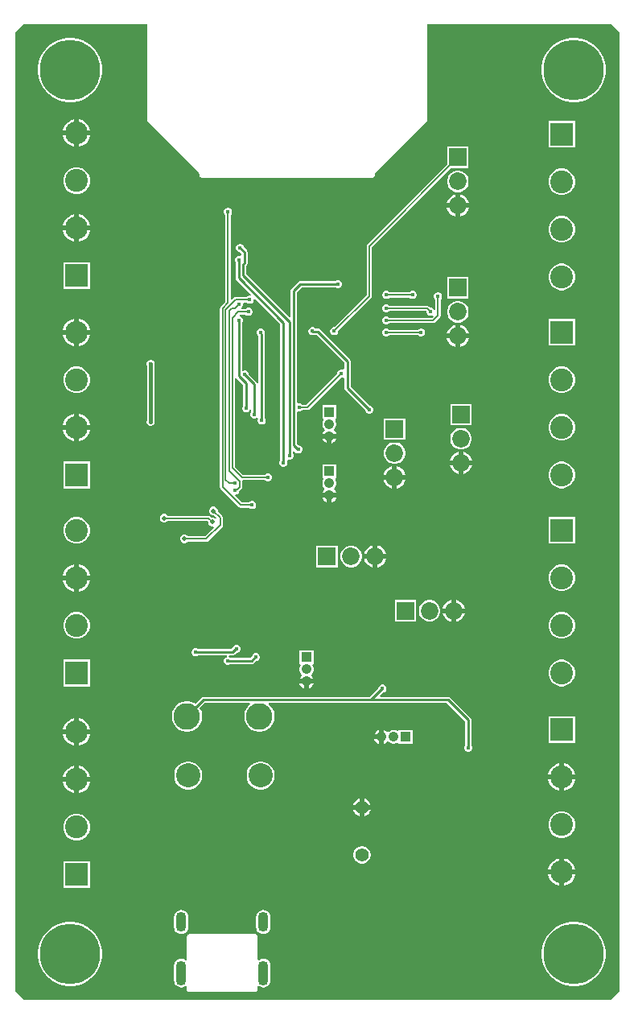
<source format=gbl>
G04*
G04 #@! TF.GenerationSoftware,Altium Limited,Altium Designer,22.7.1 (60)*
G04*
G04 Layer_Physical_Order=2*
G04 Layer_Color=16711680*
%FSLAX25Y25*%
%MOIN*%
G70*
G04*
G04 #@! TF.SameCoordinates,2BF9A078-D696-49FA-A729-B53DB30398E2*
G04*
G04*
G04 #@! TF.FilePolarity,Positive*
G04*
G01*
G75*
%ADD13C,0.01000*%
%ADD14C,0.00500*%
%ADD16C,0.00394*%
%ADD43R,0.07284X0.07284*%
%ADD44C,0.07284*%
%ADD46R,0.07284X0.07284*%
G04:AMPARAMS|DCode=52|XSize=43.31mil|YSize=102.36mil|CornerRadius=21.65mil|HoleSize=0mil|Usage=FLASHONLY|Rotation=0.000|XOffset=0mil|YOffset=0mil|HoleType=Round|Shape=RoundedRectangle|*
%AMROUNDEDRECTD52*
21,1,0.04331,0.05906,0,0,0.0*
21,1,0.00000,0.10236,0,0,0.0*
1,1,0.04331,0.00000,-0.02953*
1,1,0.04331,0.00000,-0.02953*
1,1,0.04331,0.00000,0.02953*
1,1,0.04331,0.00000,0.02953*
%
%ADD52ROUNDEDRECTD52*%
G04:AMPARAMS|DCode=53|XSize=43.31mil|YSize=82.68mil|CornerRadius=21.65mil|HoleSize=0mil|Usage=FLASHONLY|Rotation=0.000|XOffset=0mil|YOffset=0mil|HoleType=Round|Shape=RoundedRectangle|*
%AMROUNDEDRECTD53*
21,1,0.04331,0.03937,0,0,0.0*
21,1,0.00000,0.08268,0,0,0.0*
1,1,0.04331,0.00000,-0.01968*
1,1,0.04331,0.00000,-0.01968*
1,1,0.04331,0.00000,0.01968*
1,1,0.04331,0.00000,0.01968*
%
%ADD53ROUNDEDRECTD53*%
%ADD57C,0.01500*%
%ADD58C,0.00700*%
%ADD63C,0.09449*%
%ADD64R,0.09449X0.09449*%
%ADD65C,0.25000*%
%ADD66C,0.11000*%
%ADD67R,0.04134X0.04134*%
%ADD68C,0.04134*%
%ADD69R,0.04134X0.04134*%
%ADD70C,0.10000*%
%ADD71C,0.05512*%
%ADD72C,0.01772*%
%ADD73C,0.02000*%
%ADD74C,0.05000*%
G36*
X345654Y468171D02*
Y71199D01*
X342187Y67732D01*
X98758Y67732D01*
X95291Y71199D01*
Y468171D01*
X98758Y471638D01*
X150000D01*
Y431500D01*
X171751Y409749D01*
Y408894D01*
X171813Y408582D01*
X171990Y408317D01*
X172255Y408140D01*
X172567Y408078D01*
X243433D01*
X243745Y408140D01*
X244010Y408317D01*
X244187Y408582D01*
X244249Y408894D01*
Y409749D01*
X266000Y431500D01*
Y471638D01*
X342187D01*
X345654Y468171D01*
D02*
G37*
%LPC*%
G36*
X327818Y466056D02*
X325725D01*
X323657Y465728D01*
X321666Y465082D01*
X319801Y464131D01*
X318107Y462901D01*
X316627Y461420D01*
X315396Y459727D01*
X314446Y457861D01*
X313799Y455870D01*
X313472Y453803D01*
Y451709D01*
X313799Y449642D01*
X314446Y447650D01*
X315396Y445785D01*
X316627Y444092D01*
X318107Y442611D01*
X319801Y441381D01*
X321666Y440430D01*
X323657Y439783D01*
X325725Y439456D01*
X327818D01*
X329886Y439783D01*
X331877Y440430D01*
X333742Y441381D01*
X335436Y442611D01*
X336916Y444092D01*
X338147Y445785D01*
X339097Y447650D01*
X339744Y449642D01*
X340072Y451709D01*
Y453803D01*
X339744Y455870D01*
X339097Y457861D01*
X338147Y459727D01*
X336916Y461420D01*
X335436Y462901D01*
X333742Y464131D01*
X331877Y465082D01*
X329886Y465728D01*
X327818Y466056D01*
D02*
G37*
G36*
X119157D02*
X117063D01*
X114996Y465728D01*
X113005Y465082D01*
X111140Y464131D01*
X109446Y462901D01*
X107966Y461420D01*
X106735Y459727D01*
X105785Y457861D01*
X105138Y455870D01*
X104810Y453803D01*
Y451709D01*
X105138Y449642D01*
X105785Y447650D01*
X106735Y445785D01*
X107966Y444092D01*
X109446Y442611D01*
X111140Y441381D01*
X113005Y440430D01*
X114996Y439783D01*
X117063Y439456D01*
X119157D01*
X121225Y439783D01*
X123216Y440430D01*
X125081Y441381D01*
X126775Y442611D01*
X128255Y444092D01*
X129485Y445785D01*
X130436Y447650D01*
X131083Y449642D01*
X131410Y451709D01*
Y453803D01*
X131083Y455870D01*
X130436Y457861D01*
X129485Y459727D01*
X128255Y461420D01*
X126775Y462901D01*
X125081Y464131D01*
X123216Y465082D01*
X121225Y465728D01*
X119157Y466056D01*
D02*
G37*
G36*
X121772Y432186D02*
Y427528D01*
X126430D01*
X126106Y428737D01*
X125352Y430042D01*
X124286Y431108D01*
X122981Y431862D01*
X121772Y432186D01*
D02*
G37*
G36*
X119772D02*
X118562Y431862D01*
X117257Y431108D01*
X116191Y430042D01*
X115437Y428737D01*
X115113Y427528D01*
X119772D01*
Y432186D01*
D02*
G37*
G36*
X126430Y425528D02*
X121772D01*
Y420869D01*
X122981Y421193D01*
X124286Y421947D01*
X125352Y423013D01*
X126106Y424318D01*
X126430Y425528D01*
D02*
G37*
G36*
X119772D02*
X115113D01*
X115437Y424318D01*
X116191Y423013D01*
X117257Y421947D01*
X118562Y421193D01*
X119772Y420869D01*
Y425528D01*
D02*
G37*
G36*
X327253Y431552D02*
X316204D01*
Y420503D01*
X327253D01*
Y431552D01*
D02*
G37*
G36*
X279309Y410942D02*
X278140D01*
X277010Y410639D01*
X275997Y410054D01*
X275170Y409227D01*
X274585Y408214D01*
X274283Y407085D01*
Y405915D01*
X274585Y404786D01*
X275170Y403773D01*
X275997Y402946D01*
X277010Y402361D01*
X278140Y402058D01*
X279309D01*
X280439Y402361D01*
X281452Y402946D01*
X282279Y403773D01*
X282863Y404786D01*
X283166Y405915D01*
Y407085D01*
X282863Y408214D01*
X282279Y409227D01*
X281452Y410054D01*
X280439Y410639D01*
X279309Y410942D01*
D02*
G37*
G36*
X121499Y412367D02*
X120044D01*
X118639Y411990D01*
X117380Y411263D01*
X116351Y410235D01*
X115624Y408975D01*
X115247Y407570D01*
Y406115D01*
X115624Y404710D01*
X116351Y403450D01*
X117380Y402422D01*
X118639Y401695D01*
X120044Y401318D01*
X121499D01*
X122904Y401695D01*
X124164Y402422D01*
X125192Y403450D01*
X125920Y404710D01*
X126296Y406115D01*
Y407570D01*
X125920Y408975D01*
X125192Y410235D01*
X124164Y411263D01*
X122904Y411990D01*
X121499Y412367D01*
D02*
G37*
G36*
X322456Y411867D02*
X321001D01*
X319596Y411490D01*
X318336Y410763D01*
X317308Y409735D01*
X316580Y408475D01*
X316204Y407070D01*
Y405615D01*
X316580Y404210D01*
X317308Y402950D01*
X318336Y401922D01*
X319596Y401195D01*
X321001Y400818D01*
X322456D01*
X323861Y401195D01*
X325120Y401922D01*
X326149Y402950D01*
X326876Y404210D01*
X327253Y405615D01*
Y407070D01*
X326876Y408475D01*
X326149Y409735D01*
X325120Y410763D01*
X323861Y411490D01*
X322456Y411867D01*
D02*
G37*
G36*
X279724Y401038D02*
Y397500D01*
X283262D01*
X283050Y398292D01*
X282439Y399350D01*
X281575Y400214D01*
X280516Y400825D01*
X279724Y401038D01*
D02*
G37*
G36*
X277724D02*
X276933Y400825D01*
X275874Y400214D01*
X275010Y399350D01*
X274399Y398292D01*
X274187Y397500D01*
X277724D01*
Y401038D01*
D02*
G37*
G36*
X283262Y395500D02*
X279724D01*
Y391963D01*
X280516Y392175D01*
X281575Y392786D01*
X282439Y393650D01*
X283050Y394708D01*
X283262Y395500D01*
D02*
G37*
G36*
X277724D02*
X274187D01*
X274399Y394708D01*
X275010Y393650D01*
X275874Y392786D01*
X276933Y392175D01*
X277724Y391963D01*
Y395500D01*
D02*
G37*
G36*
X121772Y392816D02*
Y388158D01*
X126430D01*
X126106Y389367D01*
X125352Y390672D01*
X124286Y391738D01*
X122981Y392492D01*
X121772Y392816D01*
D02*
G37*
G36*
X119772D02*
X118562Y392492D01*
X117257Y391738D01*
X116191Y390672D01*
X115437Y389367D01*
X115113Y388158D01*
X119772D01*
Y392816D01*
D02*
G37*
G36*
X126430Y386157D02*
X121772D01*
Y381499D01*
X122981Y381823D01*
X124286Y382577D01*
X125352Y383643D01*
X126106Y384948D01*
X126430Y386157D01*
D02*
G37*
G36*
X119772D02*
X115113D01*
X115437Y384948D01*
X116191Y383643D01*
X117257Y382577D01*
X118562Y381823D01*
X119772Y381499D01*
Y386157D01*
D02*
G37*
G36*
X322456Y392182D02*
X321001D01*
X319596Y391805D01*
X318336Y391078D01*
X317308Y390050D01*
X316580Y388790D01*
X316204Y387385D01*
Y385930D01*
X316580Y384525D01*
X317308Y383265D01*
X318336Y382237D01*
X319596Y381509D01*
X321001Y381133D01*
X322456D01*
X323861Y381509D01*
X325120Y382237D01*
X326149Y383265D01*
X326876Y384525D01*
X327253Y385930D01*
Y387385D01*
X326876Y388790D01*
X326149Y390050D01*
X325120Y391078D01*
X323861Y391805D01*
X322456Y392182D01*
D02*
G37*
G36*
X183835Y395686D02*
X183165D01*
X182545Y395429D01*
X182071Y394955D01*
X181814Y394335D01*
Y393665D01*
X182071Y393045D01*
X182429Y392687D01*
Y356742D01*
X180443Y354755D01*
X180211Y354408D01*
X180129Y353998D01*
Y280062D01*
X180211Y279653D01*
X180443Y279305D01*
X188005Y271743D01*
X188353Y271511D01*
X188762Y271429D01*
X192186D01*
X192545Y271071D01*
X193165Y270814D01*
X193835D01*
X194455Y271071D01*
X194929Y271545D01*
X195186Y272165D01*
Y272835D01*
X194929Y273455D01*
X194455Y273929D01*
X193835Y274186D01*
X193165D01*
X192545Y273929D01*
X192186Y273571D01*
X189206D01*
X186462Y276314D01*
X186669Y276814D01*
X186835D01*
X187455Y277071D01*
X187929Y277545D01*
X188186Y278165D01*
Y278328D01*
X188449Y278591D01*
X188602Y278693D01*
X189193Y279284D01*
X189193Y279284D01*
X189425Y279631D01*
X189506Y280041D01*
X189506Y280041D01*
Y282302D01*
X189481Y282429D01*
X189825Y282915D01*
X189853Y282929D01*
X198687D01*
X199045Y282571D01*
X199665Y282314D01*
X200335D01*
X200955Y282571D01*
X201429Y283045D01*
X201686Y283665D01*
Y284335D01*
X201429Y284955D01*
X200955Y285429D01*
X200335Y285686D01*
X199665D01*
X199045Y285429D01*
X198687Y285071D01*
X189743D01*
X186371Y288443D01*
Y325108D01*
X186871Y325259D01*
X187063Y324972D01*
X189674Y322360D01*
Y313559D01*
X189571Y313455D01*
X189314Y312835D01*
Y312165D01*
X189571Y311545D01*
X190045Y311071D01*
X190665Y310814D01*
X191335D01*
X191955Y311071D01*
X192429Y311545D01*
X192686Y312165D01*
X193175Y312137D01*
Y311059D01*
X193071Y310955D01*
X192814Y310335D01*
Y309665D01*
X193071Y309045D01*
X193545Y308571D01*
X194165Y308314D01*
X194835D01*
X195455Y308571D01*
X195675Y308790D01*
X195705Y308778D01*
X196071Y308455D01*
X195814Y307835D01*
Y307165D01*
X196071Y306545D01*
X196545Y306071D01*
X197165Y305814D01*
X197835D01*
X198455Y306071D01*
X198929Y306545D01*
X199186Y307165D01*
Y307835D01*
X198929Y308455D01*
X198826Y308559D01*
Y343291D01*
X198725Y343798D01*
X198686Y343856D01*
Y344335D01*
X198429Y344955D01*
X197955Y345429D01*
X197335Y345686D01*
X196665D01*
X196045Y345429D01*
X195571Y344955D01*
X195314Y344335D01*
Y343665D01*
X195571Y343045D01*
X196045Y342571D01*
X196175Y342517D01*
Y323165D01*
X195994Y323102D01*
X195675Y323082D01*
X195437Y323437D01*
X192186Y326689D01*
Y326835D01*
X191929Y327455D01*
X191455Y327929D01*
X190835Y328186D01*
X190165D01*
X189825Y328045D01*
X189325Y328363D01*
Y347941D01*
X189429Y348045D01*
X189686Y348665D01*
Y349335D01*
X189429Y349955D01*
X188955Y350429D01*
X188408Y350656D01*
X188271Y350969D01*
X188222Y351186D01*
X188409Y351429D01*
X190687D01*
X191045Y351071D01*
X191665Y350814D01*
X192335D01*
X192955Y351071D01*
X193429Y351545D01*
X193686Y352165D01*
Y352835D01*
X193429Y353455D01*
X192955Y353929D01*
X192335Y354186D01*
X191665D01*
X191045Y353929D01*
X190687Y353571D01*
X189054D01*
X188954Y354071D01*
X188955Y354071D01*
X189429Y354545D01*
X189686Y355165D01*
Y355835D01*
X189612Y356014D01*
X189890Y356429D01*
X191186D01*
X191545Y356071D01*
X192165Y355814D01*
X192835D01*
X193455Y356071D01*
X193929Y356545D01*
X194186Y357165D01*
Y357733D01*
X194479Y357926D01*
X194648Y357978D01*
X205174Y347451D01*
Y291059D01*
X205071Y290955D01*
X204814Y290335D01*
Y289665D01*
X205071Y289045D01*
X205545Y288571D01*
X206165Y288314D01*
X206835D01*
X207455Y288571D01*
X207929Y289045D01*
X208186Y289665D01*
Y290335D01*
X207929Y290955D01*
X207945Y291117D01*
X208359Y291376D01*
X208619Y291269D01*
X209290D01*
X209909Y291525D01*
X210384Y291999D01*
X210640Y292619D01*
Y293290D01*
X210384Y293909D01*
X210280Y294013D01*
Y294741D01*
X210780Y295048D01*
X210966Y294954D01*
X211116Y294591D01*
X211591Y294116D01*
X212210Y293860D01*
X212881D01*
X213501Y294116D01*
X213975Y294591D01*
X214231Y295210D01*
Y295881D01*
X213975Y296501D01*
X213501Y296975D01*
X212881Y297231D01*
X212643D01*
X212125Y297749D01*
Y311082D01*
X212541Y311360D01*
X212650Y311314D01*
X213321D01*
X213941Y311571D01*
X214299Y311929D01*
X216500D01*
X216910Y312011D01*
X217257Y312243D01*
X230328Y325314D01*
X230835D01*
X231101Y325424D01*
X231601Y325090D01*
Y321074D01*
X231702Y320567D01*
X231989Y320137D01*
X240314Y311811D01*
Y311665D01*
X240571Y311045D01*
X241045Y310571D01*
X241665Y310314D01*
X242335D01*
X242955Y310571D01*
X243429Y311045D01*
X243686Y311665D01*
Y312335D01*
X243429Y312955D01*
X242955Y313429D01*
X242335Y313686D01*
X242189D01*
X234252Y321623D01*
Y332074D01*
X234151Y332581D01*
X233863Y333011D01*
X221585Y345290D01*
X221155Y345577D01*
X220648Y345678D01*
X219706D01*
X219455Y345929D01*
X218835Y346186D01*
X218165D01*
X217545Y345929D01*
X217071Y345455D01*
X216814Y344835D01*
Y344165D01*
X217071Y343545D01*
X217545Y343071D01*
X218165Y342814D01*
X218835D01*
X219349Y343027D01*
X220099D01*
X231601Y331525D01*
Y328910D01*
X231101Y328576D01*
X230835Y328686D01*
X230165D01*
X229545Y328429D01*
X229071Y327955D01*
X228814Y327335D01*
Y326828D01*
X216057Y314071D01*
X214299D01*
X213941Y314429D01*
X213321Y314686D01*
X212650D01*
X212541Y314640D01*
X212125Y314918D01*
Y360751D01*
X214049Y362674D01*
X227941D01*
X228045Y362571D01*
X228665Y362314D01*
X229335D01*
X229955Y362571D01*
X230429Y363045D01*
X230686Y363665D01*
Y364335D01*
X230429Y364955D01*
X229955Y365429D01*
X229335Y365686D01*
X228665D01*
X228045Y365429D01*
X227941Y365325D01*
X213500D01*
X212993Y365225D01*
X212563Y364937D01*
X209863Y362237D01*
X209575Y361807D01*
X209474Y361300D01*
Y350353D01*
X209013Y350162D01*
X191126Y368049D01*
Y371601D01*
X191228Y371704D01*
X191516Y372134D01*
X191617Y372641D01*
Y377209D01*
X191617Y377209D01*
X191516Y377716D01*
X191228Y378146D01*
X190186Y379189D01*
Y379335D01*
X189929Y379955D01*
X189455Y380429D01*
X188835Y380686D01*
X188165D01*
X187545Y380429D01*
X187071Y379955D01*
X186814Y379335D01*
Y378665D01*
X187071Y378045D01*
X187545Y377571D01*
X188165Y377314D01*
X188311D01*
X188966Y376660D01*
Y375966D01*
X188466Y375632D01*
X188335Y375686D01*
X187665D01*
X187045Y375429D01*
X186571Y374955D01*
X186314Y374335D01*
Y373665D01*
X186571Y373045D01*
X186674Y372941D01*
Y366500D01*
X186775Y365993D01*
X187063Y365563D01*
X192978Y359648D01*
X192926Y359479D01*
X192733Y359186D01*
X192165D01*
X191545Y358929D01*
X191186Y358571D01*
X186540D01*
X186540Y358571D01*
X186130Y358489D01*
X185783Y358257D01*
X185783Y358257D01*
X185032Y357506D01*
X184571Y357698D01*
Y392687D01*
X184929Y393045D01*
X185186Y393665D01*
Y394335D01*
X184929Y394955D01*
X184455Y395429D01*
X183835Y395686D01*
D02*
G37*
G36*
X126296Y372997D02*
X115247D01*
Y361948D01*
X126296D01*
Y372997D01*
D02*
G37*
G36*
X322456Y372497D02*
X321001D01*
X319596Y372120D01*
X318336Y371393D01*
X317308Y370364D01*
X316580Y369105D01*
X316204Y367700D01*
Y366245D01*
X316580Y364840D01*
X317308Y363580D01*
X318336Y362552D01*
X319596Y361824D01*
X321001Y361448D01*
X322456D01*
X323861Y361824D01*
X325120Y362552D01*
X326149Y363580D01*
X326876Y364840D01*
X327253Y366245D01*
Y367700D01*
X326876Y369105D01*
X326149Y370364D01*
X325120Y371393D01*
X323861Y372120D01*
X322456Y372497D01*
D02*
G37*
G36*
X260335Y361186D02*
X259665D01*
X259045Y360929D01*
X258686Y360571D01*
X250313D01*
X249955Y360929D01*
X249335Y361186D01*
X248665D01*
X248045Y360929D01*
X247571Y360455D01*
X247314Y359835D01*
Y359165D01*
X247571Y358545D01*
X248045Y358071D01*
X248665Y357814D01*
X249335D01*
X249955Y358071D01*
X250313Y358429D01*
X258686D01*
X259045Y358071D01*
X259665Y357814D01*
X260335D01*
X260955Y358071D01*
X261429Y358545D01*
X261686Y359165D01*
Y359835D01*
X261429Y360455D01*
X260955Y360929D01*
X260335Y361186D01*
D02*
G37*
G36*
X283166Y366942D02*
X274283D01*
Y358058D01*
X283166D01*
Y366942D01*
D02*
G37*
G36*
X270835Y360686D02*
X270165D01*
X269545Y360429D01*
X269071Y359955D01*
X268814Y359335D01*
Y358665D01*
X269071Y358045D01*
X269429Y357686D01*
Y353554D01*
X268929Y353454D01*
X268929Y353455D01*
X268455Y353929D01*
X267835Y354186D01*
X267328D01*
X266757Y354757D01*
X266410Y354989D01*
X266000Y355071D01*
X250313D01*
X249955Y355429D01*
X249335Y355686D01*
X248665D01*
X248045Y355429D01*
X247571Y354955D01*
X247314Y354335D01*
Y353665D01*
X247571Y353045D01*
X248045Y352571D01*
X248665Y352314D01*
X249335D01*
X249955Y352571D01*
X250313Y352929D01*
X265557D01*
X265814Y352672D01*
Y352165D01*
X266071Y351545D01*
X266545Y351071D01*
X267165Y350814D01*
X267835D01*
X268275Y350996D01*
X268559Y350572D01*
X268057Y350071D01*
X250313D01*
X249955Y350429D01*
X249335Y350686D01*
X248665D01*
X248045Y350429D01*
X247571Y349955D01*
X247314Y349335D01*
Y348665D01*
X247571Y348045D01*
X248045Y347571D01*
X248665Y347314D01*
X249335D01*
X249955Y347571D01*
X250313Y347929D01*
X268500D01*
X268910Y348011D01*
X269257Y348243D01*
X271257Y350243D01*
X271489Y350590D01*
X271571Y351000D01*
X271571Y351000D01*
Y357686D01*
X271929Y358045D01*
X272186Y358665D01*
Y359335D01*
X271929Y359955D01*
X271455Y360429D01*
X270835Y360686D01*
D02*
G37*
G36*
X279309Y356942D02*
X278140D01*
X277010Y356639D01*
X275997Y356054D01*
X275170Y355227D01*
X274585Y354214D01*
X274283Y353085D01*
Y351915D01*
X274585Y350786D01*
X275170Y349773D01*
X275997Y348946D01*
X277010Y348361D01*
X278140Y348058D01*
X279309D01*
X280439Y348361D01*
X281452Y348946D01*
X282279Y349773D01*
X282863Y350786D01*
X283166Y351915D01*
Y353085D01*
X282863Y354214D01*
X282279Y355227D01*
X281452Y356054D01*
X280439Y356639D01*
X279309Y356942D01*
D02*
G37*
G36*
X263835Y345686D02*
X263165D01*
X262545Y345429D01*
X262187Y345071D01*
X250313D01*
X249955Y345429D01*
X249335Y345686D01*
X248665D01*
X248045Y345429D01*
X247571Y344955D01*
X247314Y344335D01*
Y343665D01*
X247571Y343045D01*
X248045Y342571D01*
X248665Y342314D01*
X249335D01*
X249955Y342571D01*
X250313Y342929D01*
X262187D01*
X262545Y342571D01*
X263165Y342314D01*
X263835D01*
X264455Y342571D01*
X264929Y343045D01*
X265186Y343665D01*
Y344335D01*
X264929Y344955D01*
X264455Y345429D01*
X263835Y345686D01*
D02*
G37*
G36*
X121772Y349686D02*
Y345028D01*
X126430D01*
X126106Y346237D01*
X125352Y347542D01*
X124286Y348608D01*
X122981Y349362D01*
X121772Y349686D01*
D02*
G37*
G36*
X119772D02*
X118562Y349362D01*
X117257Y348608D01*
X116191Y347542D01*
X115437Y346237D01*
X115113Y345028D01*
X119772D01*
Y349686D01*
D02*
G37*
G36*
X279724Y347038D02*
Y343500D01*
X283262D01*
X283050Y344292D01*
X282439Y345350D01*
X281575Y346214D01*
X280516Y346825D01*
X279724Y347038D01*
D02*
G37*
G36*
X277724D02*
X276933Y346825D01*
X275874Y346214D01*
X275010Y345350D01*
X274399Y344292D01*
X274187Y343500D01*
X277724D01*
Y347038D01*
D02*
G37*
G36*
X283166Y420942D02*
X274283D01*
Y413572D01*
X241243Y380533D01*
X241011Y380185D01*
X240929Y379776D01*
Y359443D01*
X227672Y346186D01*
X227165D01*
X226545Y345929D01*
X226071Y345455D01*
X225814Y344835D01*
Y344165D01*
X226071Y343545D01*
X226545Y343071D01*
X227165Y342814D01*
X227835D01*
X228455Y343071D01*
X228929Y343545D01*
X229186Y344165D01*
Y344672D01*
X242757Y358243D01*
X242757Y358243D01*
X242989Y358590D01*
X243071Y359000D01*
X243071Y359000D01*
Y379332D01*
X275797Y412058D01*
X283166D01*
Y420942D01*
D02*
G37*
G36*
X327253Y349552D02*
X316204D01*
Y338503D01*
X327253D01*
Y349552D01*
D02*
G37*
G36*
X126430Y343028D02*
X121772D01*
Y338369D01*
X122981Y338693D01*
X124286Y339447D01*
X125352Y340513D01*
X126106Y341818D01*
X126430Y343028D01*
D02*
G37*
G36*
X119772D02*
X115113D01*
X115437Y341818D01*
X116191Y340513D01*
X117257Y339447D01*
X118562Y338693D01*
X119772Y338369D01*
Y343028D01*
D02*
G37*
G36*
X283262Y341500D02*
X279724D01*
Y337963D01*
X280516Y338175D01*
X281575Y338786D01*
X282439Y339650D01*
X283050Y340708D01*
X283262Y341500D01*
D02*
G37*
G36*
X277724D02*
X274187D01*
X274399Y340708D01*
X275010Y339650D01*
X275874Y338786D01*
X276933Y338175D01*
X277724Y337963D01*
Y341500D01*
D02*
G37*
G36*
X322456Y329867D02*
X321001D01*
X319596Y329490D01*
X318336Y328763D01*
X317308Y327735D01*
X316580Y326475D01*
X316204Y325070D01*
Y323615D01*
X316580Y322210D01*
X317308Y320951D01*
X318336Y319922D01*
X319596Y319195D01*
X321001Y318818D01*
X322456D01*
X323861Y319195D01*
X325120Y319922D01*
X326149Y320951D01*
X326876Y322210D01*
X327253Y323615D01*
Y325070D01*
X326876Y326475D01*
X326149Y327735D01*
X325120Y328763D01*
X323861Y329490D01*
X322456Y329867D01*
D02*
G37*
G36*
X121499D02*
X120044D01*
X118639Y329490D01*
X117380Y328763D01*
X116351Y327735D01*
X115624Y326475D01*
X115247Y325070D01*
Y323615D01*
X115624Y322210D01*
X116351Y320951D01*
X117380Y319922D01*
X118639Y319195D01*
X120044Y318818D01*
X121499D01*
X122904Y319195D01*
X124164Y319922D01*
X125192Y320951D01*
X125920Y322210D01*
X126296Y323615D01*
Y325070D01*
X125920Y326475D01*
X125192Y327735D01*
X124164Y328763D01*
X122904Y329490D01*
X121499Y329867D01*
D02*
G37*
G36*
X121772Y310316D02*
Y305658D01*
X126430D01*
X126106Y306867D01*
X125352Y308172D01*
X124286Y309238D01*
X122981Y309992D01*
X121772Y310316D01*
D02*
G37*
G36*
X119772D02*
X118562Y309992D01*
X117257Y309238D01*
X116191Y308172D01*
X115437Y306867D01*
X115113Y305658D01*
X119772D01*
Y310316D01*
D02*
G37*
G36*
X284442Y314442D02*
X275558D01*
Y305558D01*
X284442D01*
Y314442D01*
D02*
G37*
G36*
X151835Y332686D02*
X151165D01*
X150545Y332429D01*
X150071Y331955D01*
X149814Y331335D01*
Y330665D01*
X149920Y330410D01*
Y307590D01*
X149814Y307335D01*
Y306665D01*
X150071Y306045D01*
X150545Y305571D01*
X151165Y305314D01*
X151835D01*
X152455Y305571D01*
X152929Y306045D01*
X153186Y306665D01*
Y307335D01*
X153080Y307590D01*
Y330410D01*
X153186Y330665D01*
Y331335D01*
X152929Y331955D01*
X152455Y332429D01*
X151835Y332686D01*
D02*
G37*
G36*
X228367Y313867D02*
X222633D01*
Y308133D01*
X222933D01*
X223132Y307633D01*
X222829Y307107D01*
X222633Y306377D01*
Y305623D01*
X222829Y304893D01*
X223206Y304240D01*
X223488Y303957D01*
X223604Y303506D01*
X223466Y303304D01*
X223046Y302883D01*
X222642Y302184D01*
X222593Y302000D01*
X225500D01*
X228407D01*
X228358Y302184D01*
X227954Y302883D01*
X227534Y303304D01*
X227396Y303506D01*
X227512Y303957D01*
X227794Y304240D01*
X228171Y304893D01*
X228367Y305623D01*
Y306377D01*
X228171Y307107D01*
X227868Y307633D01*
X228067Y308133D01*
X228367D01*
Y313867D01*
D02*
G37*
G36*
X256942Y308442D02*
X248058D01*
Y299558D01*
X256942D01*
Y308442D01*
D02*
G37*
G36*
X322456Y310182D02*
X321001D01*
X319596Y309805D01*
X318336Y309078D01*
X317308Y308050D01*
X316580Y306790D01*
X316204Y305385D01*
Y303930D01*
X316580Y302525D01*
X317308Y301265D01*
X318336Y300237D01*
X319596Y299510D01*
X321001Y299133D01*
X322456D01*
X323861Y299510D01*
X325120Y300237D01*
X326149Y301265D01*
X326876Y302525D01*
X327253Y303930D01*
Y305385D01*
X326876Y306790D01*
X326149Y308050D01*
X325120Y309078D01*
X323861Y309805D01*
X322456Y310182D01*
D02*
G37*
G36*
X126430Y303658D02*
X121772D01*
Y298999D01*
X122981Y299323D01*
X124286Y300077D01*
X125352Y301143D01*
X126106Y302448D01*
X126430Y303658D01*
D02*
G37*
G36*
X119772D02*
X115113D01*
X115437Y302448D01*
X116191Y301143D01*
X117257Y300077D01*
X118562Y299323D01*
X119772Y298999D01*
Y303658D01*
D02*
G37*
G36*
X228407Y300000D02*
X226500D01*
Y298093D01*
X226684Y298142D01*
X227383Y298546D01*
X227954Y299117D01*
X228358Y299816D01*
X228407Y300000D01*
D02*
G37*
G36*
X224500D02*
X222593D01*
X222642Y299816D01*
X223046Y299117D01*
X223617Y298546D01*
X224316Y298142D01*
X224500Y298093D01*
Y300000D01*
D02*
G37*
G36*
X280585Y304442D02*
X279415D01*
X278286Y304139D01*
X277273Y303554D01*
X276446Y302727D01*
X275861Y301714D01*
X275558Y300585D01*
Y299415D01*
X275861Y298286D01*
X276446Y297273D01*
X277273Y296446D01*
X278286Y295861D01*
X279415Y295558D01*
X280585D01*
X281714Y295861D01*
X282727Y296446D01*
X283554Y297273D01*
X284139Y298286D01*
X284442Y299415D01*
Y300585D01*
X284139Y301714D01*
X283554Y302727D01*
X282727Y303554D01*
X281714Y304139D01*
X280585Y304442D01*
D02*
G37*
G36*
X281000Y294537D02*
Y291000D01*
X284538D01*
X284325Y291792D01*
X283714Y292850D01*
X282850Y293714D01*
X281792Y294325D01*
X281000Y294537D01*
D02*
G37*
G36*
X279000D02*
X278208Y294325D01*
X277150Y293714D01*
X276286Y292850D01*
X275675Y291792D01*
X275463Y291000D01*
X279000D01*
Y294537D01*
D02*
G37*
G36*
X253085Y298442D02*
X251915D01*
X250786Y298139D01*
X249773Y297554D01*
X248946Y296727D01*
X248361Y295714D01*
X248058Y294585D01*
Y293415D01*
X248361Y292286D01*
X248946Y291273D01*
X249773Y290446D01*
X250786Y289861D01*
X251915Y289558D01*
X253085D01*
X254214Y289861D01*
X255227Y290446D01*
X256054Y291273D01*
X256639Y292286D01*
X256942Y293415D01*
Y294585D01*
X256639Y295714D01*
X256054Y296727D01*
X255227Y297554D01*
X254214Y298139D01*
X253085Y298442D01*
D02*
G37*
G36*
X284538Y289000D02*
X281000D01*
Y285462D01*
X281792Y285675D01*
X282850Y286286D01*
X283714Y287150D01*
X284325Y288208D01*
X284538Y289000D01*
D02*
G37*
G36*
X279000D02*
X275463D01*
X275675Y288208D01*
X276286Y287150D01*
X277150Y286286D01*
X278208Y285675D01*
X279000Y285462D01*
Y289000D01*
D02*
G37*
G36*
X253500Y288538D02*
Y285000D01*
X257037D01*
X256825Y285792D01*
X256214Y286850D01*
X255350Y287714D01*
X254292Y288325D01*
X253500Y288538D01*
D02*
G37*
G36*
X251500D02*
X250708Y288325D01*
X249650Y287714D01*
X248786Y286850D01*
X248175Y285792D01*
X247962Y285000D01*
X251500D01*
Y288538D01*
D02*
G37*
G36*
X257037Y283000D02*
X253500D01*
Y279463D01*
X254292Y279675D01*
X255350Y280286D01*
X256214Y281150D01*
X256825Y282208D01*
X257037Y283000D01*
D02*
G37*
G36*
X251500D02*
X247962D01*
X248175Y282208D01*
X248786Y281150D01*
X249650Y280286D01*
X250708Y279675D01*
X251500Y279463D01*
Y283000D01*
D02*
G37*
G36*
X322456Y290497D02*
X321001D01*
X319596Y290120D01*
X318336Y289393D01*
X317308Y288365D01*
X316580Y287105D01*
X316204Y285700D01*
Y284245D01*
X316580Y282840D01*
X317308Y281580D01*
X318336Y280552D01*
X319596Y279824D01*
X321001Y279448D01*
X322456D01*
X323861Y279824D01*
X325120Y280552D01*
X326149Y281580D01*
X326876Y282840D01*
X327253Y284245D01*
Y285700D01*
X326876Y287105D01*
X326149Y288365D01*
X325120Y289393D01*
X323861Y290120D01*
X322456Y290497D01*
D02*
G37*
G36*
X126296D02*
X115247D01*
Y279448D01*
X126296D01*
Y290497D01*
D02*
G37*
G36*
X228367Y289367D02*
X222633D01*
Y283633D01*
X222933D01*
X223132Y283133D01*
X222829Y282607D01*
X222633Y281877D01*
Y281123D01*
X222829Y280393D01*
X223206Y279740D01*
X223488Y279457D01*
X223604Y279006D01*
X223466Y278803D01*
X223046Y278383D01*
X222642Y277684D01*
X222593Y277500D01*
X225500D01*
X228407D01*
X228358Y277684D01*
X227954Y278383D01*
X227534Y278803D01*
X227396Y279006D01*
X227512Y279457D01*
X227794Y279740D01*
X228171Y280393D01*
X228367Y281123D01*
Y281877D01*
X228171Y282607D01*
X227868Y283133D01*
X228067Y283633D01*
X228367D01*
Y289367D01*
D02*
G37*
G36*
X228407Y275500D02*
X226500D01*
Y273593D01*
X226684Y273642D01*
X227383Y274046D01*
X227954Y274617D01*
X228358Y275316D01*
X228407Y275500D01*
D02*
G37*
G36*
X224500D02*
X222593D01*
X222642Y275316D01*
X223046Y274617D01*
X223617Y274046D01*
X224316Y273642D01*
X224500Y273593D01*
Y275500D01*
D02*
G37*
G36*
X177858Y271800D02*
X177142D01*
X176480Y271526D01*
X175974Y271020D01*
X175700Y270358D01*
Y269642D01*
X175974Y268980D01*
X176480Y268474D01*
X177142Y268200D01*
X177642D01*
X178790Y267052D01*
X178769Y266983D01*
X178204Y266842D01*
X178020Y267026D01*
X177358Y267300D01*
X176714D01*
X176257Y267757D01*
X175910Y267989D01*
X175500Y268071D01*
X158475D01*
X158020Y268526D01*
X157358Y268800D01*
X156642D01*
X155980Y268526D01*
X155474Y268020D01*
X155200Y267358D01*
Y266642D01*
X155474Y265980D01*
X155980Y265474D01*
X156642Y265200D01*
X157358D01*
X158020Y265474D01*
X158475Y265929D01*
X175057D01*
X175200Y265786D01*
Y265142D01*
X175474Y264480D01*
X175980Y263974D01*
X176642Y263700D01*
X177335D01*
X177394Y263635D01*
X177601Y263260D01*
X174014Y259672D01*
X166873D01*
X166520Y260026D01*
X165858Y260300D01*
X165142D01*
X164480Y260026D01*
X163974Y259520D01*
X163700Y258858D01*
Y258142D01*
X163974Y257480D01*
X164480Y256974D01*
X165142Y256700D01*
X165858D01*
X166520Y256974D01*
X166873Y257328D01*
X174500D01*
X174949Y257417D01*
X175329Y257671D01*
X181039Y263381D01*
X181293Y263761D01*
X181383Y264210D01*
Y267290D01*
X181293Y267739D01*
X181039Y268119D01*
X179300Y269858D01*
Y270358D01*
X179026Y271020D01*
X178520Y271526D01*
X177858Y271800D01*
D02*
G37*
G36*
X327253Y267552D02*
X316204D01*
Y256503D01*
X327253D01*
Y267552D01*
D02*
G37*
G36*
X121499D02*
X120044D01*
X118639Y267176D01*
X117380Y266448D01*
X116351Y265420D01*
X115624Y264160D01*
X115247Y262755D01*
Y261300D01*
X115624Y259895D01*
X116351Y258635D01*
X117380Y257607D01*
X118639Y256880D01*
X120044Y256503D01*
X121499D01*
X122904Y256880D01*
X124164Y257607D01*
X125192Y258635D01*
X125920Y259895D01*
X126296Y261300D01*
Y262755D01*
X125920Y264160D01*
X125192Y265420D01*
X124164Y266448D01*
X122904Y267176D01*
X121499Y267552D01*
D02*
G37*
G36*
X245500Y255762D02*
Y252224D01*
X249038D01*
X248825Y253016D01*
X248214Y254075D01*
X247350Y254939D01*
X246292Y255550D01*
X245500Y255762D01*
D02*
G37*
G36*
X243500D02*
X242708Y255550D01*
X241650Y254939D01*
X240786Y254075D01*
X240175Y253016D01*
X239963Y252224D01*
X243500D01*
Y255762D01*
D02*
G37*
G36*
X235085Y255666D02*
X233915D01*
X232786Y255363D01*
X231773Y254779D01*
X230946Y253952D01*
X230361Y252939D01*
X230058Y251809D01*
Y250640D01*
X230361Y249510D01*
X230946Y248497D01*
X231773Y247670D01*
X232786Y247085D01*
X233915Y246783D01*
X235085D01*
X236214Y247085D01*
X237227Y247670D01*
X238054Y248497D01*
X238639Y249510D01*
X238942Y250640D01*
Y251809D01*
X238639Y252939D01*
X238054Y253952D01*
X237227Y254779D01*
X236214Y255363D01*
X235085Y255666D01*
D02*
G37*
G36*
X228942D02*
X220058D01*
Y246783D01*
X228942D01*
Y255666D01*
D02*
G37*
G36*
X243500Y250224D02*
X239963D01*
X240175Y249433D01*
X240786Y248374D01*
X241650Y247510D01*
X242708Y246899D01*
X243500Y246687D01*
Y250224D01*
D02*
G37*
G36*
X249038D02*
X245500D01*
Y246687D01*
X246292Y246899D01*
X247350Y247510D01*
X248214Y248374D01*
X248825Y249433D01*
X249038Y250224D01*
D02*
G37*
G36*
X121772Y248001D02*
Y243342D01*
X126430D01*
X126106Y244552D01*
X125352Y245857D01*
X124286Y246923D01*
X122981Y247677D01*
X121772Y248001D01*
D02*
G37*
G36*
X119772D02*
X118562Y247677D01*
X117257Y246923D01*
X116191Y245857D01*
X115437Y244552D01*
X115113Y243342D01*
X119772D01*
Y248001D01*
D02*
G37*
G36*
X322456Y247867D02*
X321001D01*
X319596Y247491D01*
X318336Y246763D01*
X317308Y245735D01*
X316580Y244475D01*
X316204Y243070D01*
Y241615D01*
X316580Y240210D01*
X317308Y238950D01*
X318336Y237922D01*
X319596Y237195D01*
X321001Y236818D01*
X322456D01*
X323861Y237195D01*
X325120Y237922D01*
X326149Y238950D01*
X326876Y240210D01*
X327253Y241615D01*
Y243070D01*
X326876Y244475D01*
X326149Y245735D01*
X325120Y246763D01*
X323861Y247491D01*
X322456Y247867D01*
D02*
G37*
G36*
X126430Y241342D02*
X121772D01*
Y236684D01*
X122981Y237008D01*
X124286Y237762D01*
X125352Y238828D01*
X126106Y240133D01*
X126430Y241342D01*
D02*
G37*
G36*
X119772D02*
X115113D01*
X115437Y240133D01*
X116191Y238828D01*
X117257Y237762D01*
X118562Y237008D01*
X119772Y236684D01*
Y241342D01*
D02*
G37*
G36*
X278000Y233262D02*
Y229724D01*
X281538D01*
X281325Y230516D01*
X280714Y231575D01*
X279850Y232439D01*
X278792Y233050D01*
X278000Y233262D01*
D02*
G37*
G36*
X276000D02*
X275208Y233050D01*
X274150Y232439D01*
X273286Y231575D01*
X272675Y230516D01*
X272463Y229724D01*
X276000D01*
Y233262D01*
D02*
G37*
G36*
X267585Y233166D02*
X266415D01*
X265286Y232863D01*
X264273Y232279D01*
X263446Y231452D01*
X262861Y230439D01*
X262558Y229309D01*
Y228140D01*
X262861Y227010D01*
X263446Y225997D01*
X264273Y225170D01*
X265286Y224585D01*
X266415Y224283D01*
X267585D01*
X268714Y224585D01*
X269727Y225170D01*
X270554Y225997D01*
X271139Y227010D01*
X271442Y228140D01*
Y229309D01*
X271139Y230439D01*
X270554Y231452D01*
X269727Y232279D01*
X268714Y232863D01*
X267585Y233166D01*
D02*
G37*
G36*
X261442D02*
X252558D01*
Y224283D01*
X261442D01*
Y233166D01*
D02*
G37*
G36*
X276000Y227724D02*
X272463D01*
X272675Y226933D01*
X273286Y225874D01*
X274150Y225010D01*
X275208Y224399D01*
X276000Y224187D01*
Y227724D01*
D02*
G37*
G36*
X281538D02*
X278000D01*
Y224187D01*
X278792Y224399D01*
X279850Y225010D01*
X280714Y225874D01*
X281325Y226933D01*
X281538Y227724D01*
D02*
G37*
G36*
X322456Y228182D02*
X321001D01*
X319596Y227805D01*
X318336Y227078D01*
X317308Y226049D01*
X316580Y224790D01*
X316204Y223385D01*
Y221930D01*
X316580Y220525D01*
X317308Y219265D01*
X318336Y218237D01*
X319596Y217510D01*
X321001Y217133D01*
X322456D01*
X323861Y217510D01*
X325120Y218237D01*
X326149Y219265D01*
X326876Y220525D01*
X327253Y221930D01*
Y223385D01*
X326876Y224790D01*
X326149Y226049D01*
X325120Y227078D01*
X323861Y227805D01*
X322456Y228182D01*
D02*
G37*
G36*
X121499D02*
X120044D01*
X118639Y227805D01*
X117380Y227078D01*
X116351Y226049D01*
X115624Y224790D01*
X115247Y223385D01*
Y221930D01*
X115624Y220525D01*
X116351Y219265D01*
X117380Y218237D01*
X118639Y217510D01*
X120044Y217133D01*
X121499D01*
X122904Y217510D01*
X124164Y218237D01*
X125192Y219265D01*
X125920Y220525D01*
X126296Y221930D01*
Y223385D01*
X125920Y224790D01*
X125192Y226049D01*
X124164Y227078D01*
X122904Y227805D01*
X121499Y228182D01*
D02*
G37*
G36*
X187335Y214686D02*
X186665D01*
X186045Y214429D01*
X185571Y213955D01*
X185358Y213441D01*
X184742Y212825D01*
X171059D01*
X170955Y212929D01*
X170335Y213186D01*
X169665D01*
X169045Y212929D01*
X168571Y212455D01*
X168314Y211835D01*
Y211165D01*
X168571Y210545D01*
X169045Y210071D01*
X169665Y209814D01*
X170335D01*
X170955Y210071D01*
X171059Y210174D01*
X183137D01*
X183165Y209686D01*
X182545Y209429D01*
X182071Y208955D01*
X181814Y208335D01*
Y207665D01*
X182071Y207045D01*
X182545Y206571D01*
X183165Y206314D01*
X183835D01*
X184455Y206571D01*
X184559Y206675D01*
X193291D01*
X193798Y206775D01*
X194228Y207063D01*
X194980Y207814D01*
X195335D01*
X195955Y208071D01*
X196429Y208545D01*
X196686Y209165D01*
Y209835D01*
X196429Y210455D01*
X195955Y210929D01*
X195335Y211186D01*
X194665D01*
X194045Y210929D01*
X193571Y210455D01*
X193358Y209941D01*
X192742Y209326D01*
X184559D01*
X184455Y209429D01*
X183835Y209686D01*
X183863Y210174D01*
X185291D01*
X185798Y210275D01*
X186228Y210563D01*
X186980Y211314D01*
X187335D01*
X187955Y211571D01*
X188429Y212045D01*
X188686Y212665D01*
Y213335D01*
X188429Y213955D01*
X187955Y214429D01*
X187335Y214686D01*
D02*
G37*
G36*
X218867Y212367D02*
X213133D01*
Y206633D01*
X213433D01*
X213632Y206133D01*
X213329Y205607D01*
X213133Y204877D01*
Y204123D01*
X213329Y203393D01*
X213706Y202740D01*
X213988Y202457D01*
X214104Y202006D01*
X213966Y201803D01*
X213546Y201383D01*
X213142Y200684D01*
X213093Y200500D01*
X216000D01*
X218907D01*
X218858Y200684D01*
X218454Y201383D01*
X218034Y201803D01*
X217896Y202006D01*
X218012Y202457D01*
X218294Y202740D01*
X218671Y203393D01*
X218867Y204123D01*
Y204877D01*
X218671Y205607D01*
X218368Y206133D01*
X218567Y206633D01*
X218867D01*
Y212367D01*
D02*
G37*
G36*
X322456Y208497D02*
X321001D01*
X319596Y208120D01*
X318336Y207393D01*
X317308Y206364D01*
X316580Y205105D01*
X316204Y203700D01*
Y202245D01*
X316580Y200840D01*
X317308Y199580D01*
X318336Y198552D01*
X319596Y197825D01*
X321001Y197448D01*
X322456D01*
X323861Y197825D01*
X325120Y198552D01*
X326149Y199580D01*
X326876Y200840D01*
X327253Y202245D01*
Y203700D01*
X326876Y205105D01*
X326149Y206364D01*
X325120Y207393D01*
X323861Y208120D01*
X322456Y208497D01*
D02*
G37*
G36*
X126296D02*
X115247D01*
Y197448D01*
X126296D01*
Y208497D01*
D02*
G37*
G36*
X218907Y198500D02*
X217000D01*
Y196593D01*
X217184Y196642D01*
X217883Y197046D01*
X218454Y197617D01*
X218858Y198316D01*
X218907Y198500D01*
D02*
G37*
G36*
X215000D02*
X213093D01*
X213142Y198316D01*
X213546Y197617D01*
X214117Y197046D01*
X214816Y196642D01*
X215000Y196593D01*
Y198500D01*
D02*
G37*
G36*
X247835Y198186D02*
X247165D01*
X246545Y197929D01*
X246071Y197455D01*
X245814Y196835D01*
Y196689D01*
X242251Y193125D01*
X173300D01*
X172793Y193025D01*
X172363Y192737D01*
X169918Y190293D01*
X169484Y190583D01*
X168338Y191058D01*
X167121Y191300D01*
X165879D01*
X164662Y191058D01*
X163516Y190583D01*
X162484Y189893D01*
X161607Y189016D01*
X160917Y187984D01*
X160442Y186838D01*
X160200Y185620D01*
Y184379D01*
X160442Y183162D01*
X160917Y182016D01*
X161607Y180984D01*
X162484Y180106D01*
X163516Y179417D01*
X164662Y178942D01*
X165879Y178700D01*
X167121D01*
X168338Y178942D01*
X169484Y179417D01*
X170516Y180106D01*
X171394Y180984D01*
X172083Y182016D01*
X172558Y183162D01*
X172800Y184379D01*
Y185620D01*
X172558Y186838D01*
X172083Y187984D01*
X171793Y188418D01*
X173849Y190474D01*
X192492D01*
X192637Y189996D01*
X192484Y189893D01*
X191606Y189016D01*
X190917Y187984D01*
X190442Y186838D01*
X190200Y185620D01*
Y184379D01*
X190442Y183162D01*
X190917Y182016D01*
X191606Y180984D01*
X192484Y180106D01*
X193516Y179417D01*
X194662Y178942D01*
X195879Y178700D01*
X197120D01*
X198338Y178942D01*
X199484Y179417D01*
X200516Y180106D01*
X201394Y180984D01*
X202083Y182016D01*
X202558Y183162D01*
X202800Y184379D01*
Y185620D01*
X202558Y186838D01*
X202083Y187984D01*
X201394Y189016D01*
X200516Y189893D01*
X200363Y189996D01*
X200508Y190474D01*
X274151D01*
X281675Y182951D01*
Y173059D01*
X281571Y172955D01*
X281314Y172335D01*
Y171665D01*
X281571Y171045D01*
X282045Y170571D01*
X282665Y170314D01*
X283335D01*
X283955Y170571D01*
X284429Y171045D01*
X284686Y171665D01*
Y172335D01*
X284429Y172955D01*
X284326Y173059D01*
Y183500D01*
X284225Y184007D01*
X283937Y184437D01*
X275637Y192737D01*
X275207Y193025D01*
X274700Y193125D01*
X246653D01*
X246462Y193587D01*
X247689Y194814D01*
X247835D01*
X248455Y195071D01*
X248929Y195545D01*
X249186Y196165D01*
Y196835D01*
X248929Y197455D01*
X248455Y197929D01*
X247835Y198186D01*
D02*
G37*
G36*
X121772Y184186D02*
Y179528D01*
X126430D01*
X126106Y180737D01*
X125352Y182042D01*
X124286Y183108D01*
X122981Y183862D01*
X121772Y184186D01*
D02*
G37*
G36*
X119772D02*
X118562Y183862D01*
X117257Y183108D01*
X116191Y182042D01*
X115437Y180737D01*
X115113Y179528D01*
X119772D01*
Y184186D01*
D02*
G37*
G36*
X246000Y179407D02*
X245816Y179358D01*
X245117Y178954D01*
X244546Y178383D01*
X244142Y177684D01*
X244093Y177500D01*
X246000D01*
Y179407D01*
D02*
G37*
G36*
X327253Y185052D02*
X316204D01*
Y174003D01*
X327253D01*
Y185052D01*
D02*
G37*
G36*
X248000Y179407D02*
Y176500D01*
Y173593D01*
X248184Y173642D01*
X248883Y174046D01*
X249304Y174466D01*
X249506Y174604D01*
X249957Y174488D01*
X250240Y174206D01*
X250893Y173828D01*
X251623Y173633D01*
X252377D01*
X253107Y173828D01*
X253633Y174132D01*
X254133Y173933D01*
Y173633D01*
X259867D01*
Y179367D01*
X254133D01*
Y179067D01*
X253633Y178868D01*
X253107Y179172D01*
X252377Y179367D01*
X251623D01*
X250893Y179172D01*
X250240Y178794D01*
X249957Y178512D01*
X249506Y178396D01*
X249304Y178534D01*
X248883Y178954D01*
X248184Y179358D01*
X248000Y179407D01*
D02*
G37*
G36*
X246000Y175500D02*
X244093D01*
X244142Y175316D01*
X244546Y174617D01*
X245117Y174046D01*
X245816Y173642D01*
X246000Y173593D01*
Y175500D01*
D02*
G37*
G36*
X126430Y177528D02*
X121772D01*
Y172869D01*
X122981Y173193D01*
X124286Y173947D01*
X125352Y175013D01*
X126106Y176318D01*
X126430Y177528D01*
D02*
G37*
G36*
X119772D02*
X115113D01*
X115437Y176318D01*
X116191Y175013D01*
X117257Y173947D01*
X118562Y173193D01*
X119772Y172869D01*
Y177528D01*
D02*
G37*
G36*
X322728Y165501D02*
Y160843D01*
X327387D01*
X327063Y162052D01*
X326309Y163357D01*
X325243Y164423D01*
X323938Y165177D01*
X322728Y165501D01*
D02*
G37*
G36*
X320728Y165501D02*
X319519Y165177D01*
X318214Y164423D01*
X317148Y163357D01*
X316394Y162052D01*
X316070Y160843D01*
X320728D01*
Y165501D01*
D02*
G37*
G36*
X121772Y164501D02*
Y159843D01*
X126430D01*
X126106Y161052D01*
X125352Y162357D01*
X124286Y163423D01*
X122981Y164177D01*
X121772Y164501D01*
D02*
G37*
G36*
X119772D02*
X118562Y164177D01*
X117257Y163423D01*
X116191Y162357D01*
X115437Y161052D01*
X115113Y159843D01*
X119772D01*
Y164501D01*
D02*
G37*
G36*
X197571Y166300D02*
X196429D01*
X195308Y166077D01*
X194253Y165640D01*
X193303Y165005D01*
X192495Y164197D01*
X191860Y163247D01*
X191423Y162192D01*
X191200Y161071D01*
Y159929D01*
X191423Y158808D01*
X191860Y157753D01*
X192495Y156803D01*
X193303Y155995D01*
X194253Y155360D01*
X195308Y154923D01*
X196429Y154700D01*
X197571D01*
X198692Y154923D01*
X199747Y155360D01*
X200697Y155995D01*
X201505Y156803D01*
X202140Y157753D01*
X202577Y158808D01*
X202800Y159929D01*
Y161071D01*
X202577Y162192D01*
X202140Y163247D01*
X201505Y164197D01*
X200697Y165005D01*
X199747Y165640D01*
X198692Y166077D01*
X197571Y166300D01*
D02*
G37*
G36*
X167571D02*
X166429D01*
X165308Y166077D01*
X164253Y165640D01*
X163303Y165005D01*
X162495Y164197D01*
X161860Y163247D01*
X161423Y162192D01*
X161200Y161071D01*
Y159929D01*
X161423Y158808D01*
X161860Y157753D01*
X162495Y156803D01*
X163303Y155995D01*
X164253Y155360D01*
X165308Y154923D01*
X166429Y154700D01*
X167571D01*
X168692Y154923D01*
X169747Y155360D01*
X170697Y155995D01*
X171505Y156803D01*
X172140Y157753D01*
X172577Y158808D01*
X172800Y159929D01*
Y161071D01*
X172577Y162192D01*
X172140Y163247D01*
X171505Y164197D01*
X170697Y165005D01*
X169747Y165640D01*
X168692Y166077D01*
X167571Y166300D01*
D02*
G37*
G36*
X327387Y158843D02*
X322728D01*
Y154184D01*
X323938Y154508D01*
X325243Y155262D01*
X326309Y156328D01*
X327063Y157633D01*
X327387Y158843D01*
D02*
G37*
G36*
X320728D02*
X316070D01*
X316394Y157633D01*
X317148Y156328D01*
X318214Y155262D01*
X319519Y154508D01*
X320728Y154184D01*
Y158843D01*
D02*
G37*
G36*
X126430Y157843D02*
X121772D01*
Y153184D01*
X122981Y153508D01*
X124286Y154262D01*
X125352Y155328D01*
X126106Y156633D01*
X126430Y157843D01*
D02*
G37*
G36*
X119772D02*
X115113D01*
X115437Y156633D01*
X116191Y155328D01*
X117257Y154262D01*
X118562Y153508D01*
X119772Y153184D01*
Y157843D01*
D02*
G37*
G36*
X240000Y150963D02*
Y148343D01*
X242620D01*
X242500Y148792D01*
X242005Y149649D01*
X241306Y150348D01*
X240450Y150842D01*
X240000Y150963D01*
D02*
G37*
G36*
X238000D02*
X237550Y150842D01*
X236694Y150348D01*
X235995Y149649D01*
X235500Y148792D01*
X235380Y148343D01*
X238000D01*
Y150963D01*
D02*
G37*
G36*
X242620Y146343D02*
X240000D01*
Y143722D01*
X240450Y143843D01*
X241306Y144337D01*
X242005Y145036D01*
X242500Y145893D01*
X242620Y146343D01*
D02*
G37*
G36*
X238000D02*
X235380D01*
X235500Y145893D01*
X235995Y145036D01*
X236694Y144337D01*
X237550Y143843D01*
X238000Y143722D01*
Y146343D01*
D02*
G37*
G36*
X322456Y145682D02*
X321001D01*
X319596Y145305D01*
X318336Y144578D01*
X317308Y143550D01*
X316580Y142290D01*
X316204Y140885D01*
Y139430D01*
X316580Y138025D01*
X317308Y136765D01*
X318336Y135737D01*
X319596Y135010D01*
X321001Y134633D01*
X322456D01*
X323861Y135010D01*
X325120Y135737D01*
X326149Y136765D01*
X326876Y138025D01*
X327253Y139430D01*
Y140885D01*
X326876Y142290D01*
X326149Y143550D01*
X325120Y144578D01*
X323861Y145305D01*
X322456Y145682D01*
D02*
G37*
G36*
X121499Y144682D02*
X120044D01*
X118639Y144305D01*
X117380Y143578D01*
X116351Y142550D01*
X115624Y141290D01*
X115247Y139885D01*
Y138430D01*
X115624Y137025D01*
X116351Y135765D01*
X117380Y134737D01*
X118639Y134010D01*
X120044Y133633D01*
X121499D01*
X122904Y134010D01*
X124164Y134737D01*
X125192Y135765D01*
X125920Y137025D01*
X126296Y138430D01*
Y139885D01*
X125920Y141290D01*
X125192Y142550D01*
X124164Y143578D01*
X122904Y144305D01*
X121499Y144682D01*
D02*
G37*
G36*
X239468Y131213D02*
X238532D01*
X237628Y130971D01*
X236817Y130503D01*
X236155Y129841D01*
X235686Y129030D01*
X235444Y128126D01*
Y127189D01*
X235686Y126285D01*
X236155Y125474D01*
X236817Y124812D01*
X237628Y124344D01*
X238532Y124102D01*
X239468D01*
X240372Y124344D01*
X241183Y124812D01*
X241845Y125474D01*
X242314Y126285D01*
X242556Y127189D01*
Y128126D01*
X242314Y129030D01*
X241845Y129841D01*
X241183Y130503D01*
X240372Y130971D01*
X239468Y131213D01*
D02*
G37*
G36*
X322728Y126131D02*
Y121473D01*
X327387D01*
X327063Y122682D01*
X326309Y123987D01*
X325243Y125053D01*
X323938Y125807D01*
X322728Y126131D01*
D02*
G37*
G36*
X320728Y126131D02*
X319519Y125807D01*
X318214Y125053D01*
X317148Y123987D01*
X316394Y122682D01*
X316070Y121473D01*
X320728D01*
Y126131D01*
D02*
G37*
G36*
X327387Y119473D02*
X322728D01*
Y114814D01*
X323938Y115138D01*
X325243Y115892D01*
X326309Y116958D01*
X327063Y118263D01*
X327387Y119473D01*
D02*
G37*
G36*
X320728D02*
X316070D01*
X316394Y118263D01*
X317148Y116958D01*
X318214Y115892D01*
X319519Y115138D01*
X320728Y114814D01*
Y119473D01*
D02*
G37*
G36*
X126296Y124997D02*
X115247D01*
Y113948D01*
X126296D01*
Y124997D01*
D02*
G37*
G36*
X198110Y104802D02*
X197336Y104700D01*
X196615Y104401D01*
X195995Y103926D01*
X195520Y103306D01*
X195221Y102585D01*
X195119Y101811D01*
Y97874D01*
X195221Y97100D01*
X195520Y96378D01*
X195995Y95759D01*
X196615Y95284D01*
X197336Y94985D01*
X198110Y94883D01*
X198884Y94985D01*
X199606Y95284D01*
X200225Y95759D01*
X200700Y96378D01*
X200999Y97100D01*
X201101Y97874D01*
Y101811D01*
X200999Y102585D01*
X200700Y103306D01*
X200225Y103926D01*
X199606Y104401D01*
X198884Y104700D01*
X198110Y104802D01*
D02*
G37*
G36*
X164094D02*
X163320Y104700D01*
X162599Y104401D01*
X161980Y103926D01*
X161504Y103306D01*
X161205Y102585D01*
X161103Y101811D01*
Y97874D01*
X161205Y97100D01*
X161504Y96378D01*
X161980Y95759D01*
X162599Y95284D01*
X163320Y94985D01*
X164094Y94883D01*
X164869Y94985D01*
X165590Y95284D01*
X166209Y95759D01*
X166685Y96378D01*
X166983Y97100D01*
X167085Y97874D01*
Y101811D01*
X166983Y102585D01*
X166685Y103306D01*
X166209Y103926D01*
X165590Y104401D01*
X164869Y104700D01*
X164094Y104802D01*
D02*
G37*
G36*
X194882Y94831D02*
X167323D01*
X167011Y94769D01*
X166746Y94592D01*
X166569Y94328D01*
X166507Y94016D01*
Y84210D01*
X166007Y83963D01*
X165590Y84283D01*
X164869Y84582D01*
X164094Y84684D01*
X163320Y84582D01*
X162599Y84283D01*
X161980Y83808D01*
X161504Y83188D01*
X161205Y82467D01*
X161103Y81693D01*
Y75787D01*
X161205Y75013D01*
X161504Y74292D01*
X161980Y73672D01*
X162599Y73197D01*
X163320Y72898D01*
X164094Y72796D01*
X164869Y72898D01*
X165590Y73197D01*
X166007Y73517D01*
X166507Y73271D01*
Y71772D01*
X166569Y71460D01*
X166746Y71195D01*
X167011Y71018D01*
X167323Y70956D01*
X194882D01*
X195194Y71018D01*
X195459Y71195D01*
X195635Y71460D01*
X195698Y71772D01*
Y73271D01*
X196198Y73517D01*
X196615Y73197D01*
X197336Y72898D01*
X198110Y72796D01*
X198884Y72898D01*
X199606Y73197D01*
X200225Y73672D01*
X200700Y74292D01*
X200999Y75013D01*
X201101Y75787D01*
Y81693D01*
X200999Y82467D01*
X200700Y83188D01*
X200225Y83808D01*
X199606Y84283D01*
X198884Y84582D01*
X198110Y84684D01*
X197336Y84582D01*
X196615Y84283D01*
X196198Y83963D01*
X195698Y84210D01*
Y94016D01*
X195635Y94328D01*
X195459Y94592D01*
X195194Y94769D01*
X194882Y94831D01*
D02*
G37*
G36*
X327818Y99914D02*
X325725D01*
X323657Y99587D01*
X321666Y98940D01*
X319801Y97989D01*
X318107Y96759D01*
X316627Y95279D01*
X315396Y93585D01*
X314446Y91720D01*
X313799Y89729D01*
X313472Y87661D01*
Y85567D01*
X313799Y83500D01*
X314446Y81509D01*
X315396Y79643D01*
X316627Y77950D01*
X318107Y76469D01*
X319801Y75239D01*
X321666Y74289D01*
X323657Y73642D01*
X325725Y73314D01*
X327818D01*
X329886Y73642D01*
X331877Y74289D01*
X333742Y75239D01*
X335436Y76469D01*
X336916Y77950D01*
X338147Y79643D01*
X339097Y81509D01*
X339744Y83500D01*
X340072Y85567D01*
Y87661D01*
X339744Y89729D01*
X339097Y91720D01*
X338147Y93585D01*
X336916Y95279D01*
X335436Y96759D01*
X333742Y97989D01*
X331877Y98940D01*
X329886Y99587D01*
X327818Y99914D01*
D02*
G37*
G36*
X119157D02*
X117063D01*
X114996Y99587D01*
X113005Y98940D01*
X111140Y97989D01*
X109446Y96759D01*
X107966Y95279D01*
X106735Y93585D01*
X105785Y91720D01*
X105138Y89729D01*
X104810Y87661D01*
Y85567D01*
X105138Y83500D01*
X105785Y81509D01*
X106735Y79643D01*
X107966Y77950D01*
X109446Y76469D01*
X111140Y75239D01*
X113005Y74289D01*
X114996Y73642D01*
X117063Y73314D01*
X119157D01*
X121225Y73642D01*
X123216Y74289D01*
X125081Y75239D01*
X126775Y76469D01*
X128255Y77950D01*
X129485Y79643D01*
X130436Y81509D01*
X131083Y83500D01*
X131410Y85567D01*
Y87661D01*
X131083Y89729D01*
X130436Y91720D01*
X129485Y93585D01*
X128255Y95279D01*
X126775Y96759D01*
X125081Y97989D01*
X123216Y98940D01*
X121225Y99587D01*
X119157Y99914D01*
D02*
G37*
%LPD*%
D13*
X188000Y325909D02*
Y349000D01*
Y366500D02*
X206500Y348000D01*
Y290000D02*
Y348000D01*
X208954Y292954D02*
Y348346D01*
X210800Y297200D02*
Y361300D01*
X213500Y364000D01*
X189800Y367500D02*
X208954Y348346D01*
X210800Y297200D02*
X212454Y295546D01*
X212546D01*
X197000Y343791D02*
X197500Y343291D01*
X197000Y343791D02*
Y344000D01*
X197500Y307500D02*
Y343291D01*
X194500Y310000D02*
Y322500D01*
X191000Y312500D02*
Y322909D01*
X173300Y191800D02*
X242800D01*
X247500Y196500D01*
X242800Y191800D02*
X274700D01*
X283000Y172000D02*
Y183500D01*
X166500Y185000D02*
X173300Y191800D01*
X274700D02*
X283000Y183500D01*
X220648Y344352D02*
X232926Y332074D01*
Y321074D02*
Y332074D01*
X218500Y344500D02*
X218648Y344352D01*
X220648D01*
X185291Y211500D02*
X186791Y213000D01*
X187000D01*
X170000Y211500D02*
X185291D01*
X213500Y364000D02*
X229000D01*
X232926Y321074D02*
X242000Y312000D01*
X188000Y325909D02*
X191000Y322909D01*
X190500Y326500D02*
X194500Y322500D01*
X190291Y372641D02*
Y377209D01*
X189800Y372150D02*
X190291Y372641D01*
X188500Y379000D02*
X190291Y377209D01*
X188000Y366500D02*
Y374000D01*
X189800Y367500D02*
Y372150D01*
X194791Y209500D02*
X195000D01*
X193291Y208000D02*
X194791Y209500D01*
X183500Y208000D02*
X193291D01*
D14*
X182500Y283000D02*
Y353460D01*
X187800Y352500D02*
X192000D01*
X185300Y350000D02*
X187800Y352500D01*
X185300Y288000D02*
Y350000D01*
X175500Y267000D02*
X177000Y265500D01*
X157049Y267000D02*
X175500D01*
X187845Y279450D02*
X188436Y280041D01*
X186500Y278500D02*
X186844D01*
X187794Y279450D01*
X187845D01*
X188436Y280041D02*
Y282302D01*
X184000Y286738D02*
Y352838D01*
Y281500D02*
X186500D01*
X184000Y286738D02*
X188436Y282302D01*
X182500Y283000D02*
X184000Y281500D01*
X189300Y284000D02*
X200000D01*
X188762Y272500D02*
X193500D01*
X185300Y288000D02*
X189300Y284000D01*
X181200Y280062D02*
X188762Y272500D01*
X212986Y313000D02*
X216500D01*
X227500Y344500D02*
X242000Y359000D01*
Y379776D01*
X278724Y416500D01*
X249000Y359500D02*
X260000D01*
X249000Y354000D02*
X266000D01*
X267500Y352500D01*
X186540Y357500D02*
X192500D01*
X182500Y353460D02*
X186540Y357500D01*
X186300Y353800D02*
X188000Y355500D01*
X184961Y353800D02*
X186300D01*
X184000Y352838D02*
X184961Y353800D01*
X181200Y353998D02*
X183500Y356298D01*
Y394000D01*
X181200Y280062D02*
Y353998D01*
X216500Y313000D02*
X230500Y327000D01*
X249000Y344000D02*
X263500D01*
X270500Y351000D02*
Y359000D01*
X268500Y349000D02*
X270500Y351000D01*
X249000Y349000D02*
X268500D01*
D16*
X156851Y226000D02*
X159475D01*
X160000Y226525D01*
Y227574D01*
X159475Y228099D01*
X156851D01*
X160000Y229149D02*
Y230198D01*
Y229673D01*
X156851D01*
X157376Y229149D01*
D43*
X257000Y228724D02*
D03*
X224500Y251224D02*
D03*
D44*
X267000Y228724D02*
D03*
X277000D02*
D03*
X252500Y284000D02*
D03*
Y294000D02*
D03*
X244500Y251224D02*
D03*
X234500D02*
D03*
X280000Y290000D02*
D03*
Y300000D02*
D03*
X278724Y342500D02*
D03*
Y352500D02*
D03*
Y396500D02*
D03*
Y406500D02*
D03*
D46*
X252500Y304000D02*
D03*
X280000Y310000D02*
D03*
X278724Y362500D02*
D03*
Y416500D02*
D03*
D52*
X198110Y78740D02*
D03*
X164094D02*
D03*
D53*
X198110Y99843D02*
D03*
X164094D02*
D03*
D57*
X151500Y307000D02*
Y331000D01*
D58*
X177500Y270000D02*
X180210Y267290D01*
X174500Y258500D02*
X180210Y264210D01*
Y267290D01*
X165500Y258500D02*
X174500D01*
D63*
X321728Y120472D02*
D03*
Y140157D02*
D03*
Y159843D02*
D03*
Y366972D02*
D03*
Y386658D02*
D03*
Y406343D02*
D03*
Y284972D02*
D03*
Y304658D02*
D03*
Y324342D02*
D03*
Y202972D02*
D03*
Y222657D02*
D03*
Y242342D02*
D03*
X120772Y426528D02*
D03*
Y406843D02*
D03*
Y387158D02*
D03*
Y344028D02*
D03*
Y324342D02*
D03*
Y304658D02*
D03*
Y262028D02*
D03*
Y242342D02*
D03*
Y222657D02*
D03*
Y178528D02*
D03*
Y158843D02*
D03*
Y139157D02*
D03*
D64*
X321728Y179528D02*
D03*
Y426028D02*
D03*
Y344028D02*
D03*
Y262028D02*
D03*
X120772Y367472D02*
D03*
Y284972D02*
D03*
Y202972D02*
D03*
Y119472D02*
D03*
D65*
X326772Y86614D02*
D03*
X118110D02*
D03*
X326772Y452756D02*
D03*
X118110D02*
D03*
D66*
X196500Y185000D02*
D03*
X166500D02*
D03*
D67*
X225500Y286500D02*
D03*
Y311000D02*
D03*
X216000Y209500D02*
D03*
D68*
X225500Y281500D02*
D03*
Y276500D02*
D03*
Y306000D02*
D03*
Y301000D02*
D03*
X252000Y176500D02*
D03*
X247000D02*
D03*
X216000Y204500D02*
D03*
Y199500D02*
D03*
D69*
X257000Y176500D02*
D03*
D70*
X167000Y160500D02*
D03*
X197000D02*
D03*
D71*
X239000Y147343D02*
D03*
Y127657D02*
D03*
D72*
X188000Y349000D02*
D03*
X186500Y278500D02*
D03*
Y281500D02*
D03*
X193500Y272500D02*
D03*
X200000Y284000D02*
D03*
X206500Y290000D02*
D03*
X208954Y292954D02*
D03*
X212986Y313000D02*
D03*
X212546Y295546D02*
D03*
X197500Y307500D02*
D03*
X194500Y310000D02*
D03*
X191000Y312500D02*
D03*
X247500Y196500D02*
D03*
X283000Y172000D02*
D03*
X227500Y344500D02*
D03*
X260000Y359500D02*
D03*
X187000Y213000D02*
D03*
X170000Y211500D02*
D03*
X151500Y331000D02*
D03*
Y307000D02*
D03*
X192500Y357500D02*
D03*
X188000Y355500D02*
D03*
X192000Y352500D02*
D03*
X183500Y394000D02*
D03*
X229000Y364000D02*
D03*
X218500Y344500D02*
D03*
X242000Y312000D02*
D03*
X190500Y326500D02*
D03*
X197000Y344000D02*
D03*
X188500Y379000D02*
D03*
X188000Y374000D02*
D03*
X195000Y209500D02*
D03*
X183500Y208000D02*
D03*
X230500Y327000D02*
D03*
X263500Y344000D02*
D03*
X249000D02*
D03*
Y359500D02*
D03*
X270500Y359000D02*
D03*
X249000Y349000D02*
D03*
X267500Y352500D02*
D03*
X249000Y354000D02*
D03*
D73*
X177500Y270000D02*
D03*
X177000Y265500D02*
D03*
X165500Y258500D02*
D03*
X157000Y267000D02*
D03*
D74*
X176500Y311000D02*
D03*
M02*

</source>
